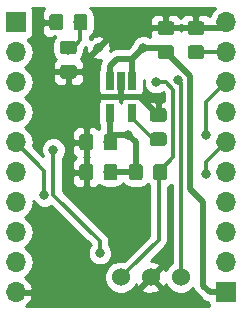
<source format=gbr>
G04 #@! TF.GenerationSoftware,KiCad,Pcbnew,5.0.2-bee76a0~70~ubuntu16.04.1*
G04 #@! TF.CreationDate,2019-07-30T14:23:51+02:00*
G04 #@! TF.ProjectId,hw-BOB-ATSAMD11D,68772d42-4f42-42d4-9154-53414d443131,rev?*
G04 #@! TF.SameCoordinates,Original*
G04 #@! TF.FileFunction,Copper,L2,Bot*
G04 #@! TF.FilePolarity,Positive*
%FSLAX46Y46*%
G04 Gerber Fmt 4.6, Leading zero omitted, Abs format (unit mm)*
G04 Created by KiCad (PCBNEW 5.0.2-bee76a0~70~ubuntu16.04.1) date Tue 30 Jul 2019 02:23:51 PM CEST*
%MOMM*%
%LPD*%
G01*
G04 APERTURE LIST*
G04 #@! TA.AperFunction,Conductor*
%ADD10C,0.100000*%
G04 #@! TD*
G04 #@! TA.AperFunction,SMDPad,CuDef*
%ADD11C,1.150000*%
G04 #@! TD*
G04 #@! TA.AperFunction,SMDPad,CuDef*
%ADD12R,0.650000X1.560000*%
G04 #@! TD*
G04 #@! TA.AperFunction,ComponentPad*
%ADD13R,1.700000X1.700000*%
G04 #@! TD*
G04 #@! TA.AperFunction,ComponentPad*
%ADD14O,1.700000X1.700000*%
G04 #@! TD*
G04 #@! TA.AperFunction,ComponentPad*
%ADD15C,1.524000*%
G04 #@! TD*
G04 #@! TA.AperFunction,ComponentPad*
%ADD16C,0.797560*%
G04 #@! TD*
G04 #@! TA.AperFunction,ViaPad*
%ADD17C,0.800000*%
G04 #@! TD*
G04 #@! TA.AperFunction,Conductor*
%ADD18C,0.500000*%
G04 #@! TD*
G04 #@! TA.AperFunction,Conductor*
%ADD19C,0.300000*%
G04 #@! TD*
G04 #@! TA.AperFunction,Conductor*
%ADD20C,0.254000*%
G04 #@! TD*
G04 APERTURE END LIST*
D10*
G04 #@! TO.N,GND*
G04 #@! TO.C,C1*
G36*
X124934505Y-43096204D02*
X124958773Y-43099804D01*
X124982572Y-43105765D01*
X125005671Y-43114030D01*
X125027850Y-43124520D01*
X125048893Y-43137132D01*
X125068599Y-43151747D01*
X125086777Y-43168223D01*
X125103253Y-43186401D01*
X125117868Y-43206107D01*
X125130480Y-43227150D01*
X125140970Y-43249329D01*
X125149235Y-43272428D01*
X125155196Y-43296227D01*
X125158796Y-43320495D01*
X125160000Y-43344999D01*
X125160000Y-43995001D01*
X125158796Y-44019505D01*
X125155196Y-44043773D01*
X125149235Y-44067572D01*
X125140970Y-44090671D01*
X125130480Y-44112850D01*
X125117868Y-44133893D01*
X125103253Y-44153599D01*
X125086777Y-44171777D01*
X125068599Y-44188253D01*
X125048893Y-44202868D01*
X125027850Y-44215480D01*
X125005671Y-44225970D01*
X124982572Y-44234235D01*
X124958773Y-44240196D01*
X124934505Y-44243796D01*
X124910001Y-44245000D01*
X124009999Y-44245000D01*
X123985495Y-44243796D01*
X123961227Y-44240196D01*
X123937428Y-44234235D01*
X123914329Y-44225970D01*
X123892150Y-44215480D01*
X123871107Y-44202868D01*
X123851401Y-44188253D01*
X123833223Y-44171777D01*
X123816747Y-44153599D01*
X123802132Y-44133893D01*
X123789520Y-44112850D01*
X123779030Y-44090671D01*
X123770765Y-44067572D01*
X123764804Y-44043773D01*
X123761204Y-44019505D01*
X123760000Y-43995001D01*
X123760000Y-43344999D01*
X123761204Y-43320495D01*
X123764804Y-43296227D01*
X123770765Y-43272428D01*
X123779030Y-43249329D01*
X123789520Y-43227150D01*
X123802132Y-43206107D01*
X123816747Y-43186401D01*
X123833223Y-43168223D01*
X123851401Y-43151747D01*
X123871107Y-43137132D01*
X123892150Y-43124520D01*
X123914329Y-43114030D01*
X123937428Y-43105765D01*
X123961227Y-43099804D01*
X123985495Y-43096204D01*
X124009999Y-43095000D01*
X124910001Y-43095000D01*
X124934505Y-43096204D01*
X124934505Y-43096204D01*
G37*
D11*
G04 #@! TD*
G04 #@! TO.P,C1,1*
G04 #@! TO.N,GND*
X124460000Y-43670000D03*
D10*
G04 #@! TO.N,+5V*
G04 #@! TO.C,C1*
G36*
X124934505Y-45146204D02*
X124958773Y-45149804D01*
X124982572Y-45155765D01*
X125005671Y-45164030D01*
X125027850Y-45174520D01*
X125048893Y-45187132D01*
X125068599Y-45201747D01*
X125086777Y-45218223D01*
X125103253Y-45236401D01*
X125117868Y-45256107D01*
X125130480Y-45277150D01*
X125140970Y-45299329D01*
X125149235Y-45322428D01*
X125155196Y-45346227D01*
X125158796Y-45370495D01*
X125160000Y-45394999D01*
X125160000Y-46045001D01*
X125158796Y-46069505D01*
X125155196Y-46093773D01*
X125149235Y-46117572D01*
X125140970Y-46140671D01*
X125130480Y-46162850D01*
X125117868Y-46183893D01*
X125103253Y-46203599D01*
X125086777Y-46221777D01*
X125068599Y-46238253D01*
X125048893Y-46252868D01*
X125027850Y-46265480D01*
X125005671Y-46275970D01*
X124982572Y-46284235D01*
X124958773Y-46290196D01*
X124934505Y-46293796D01*
X124910001Y-46295000D01*
X124009999Y-46295000D01*
X123985495Y-46293796D01*
X123961227Y-46290196D01*
X123937428Y-46284235D01*
X123914329Y-46275970D01*
X123892150Y-46265480D01*
X123871107Y-46252868D01*
X123851401Y-46238253D01*
X123833223Y-46221777D01*
X123816747Y-46203599D01*
X123802132Y-46183893D01*
X123789520Y-46162850D01*
X123779030Y-46140671D01*
X123770765Y-46117572D01*
X123764804Y-46093773D01*
X123761204Y-46069505D01*
X123760000Y-46045001D01*
X123760000Y-45394999D01*
X123761204Y-45370495D01*
X123764804Y-45346227D01*
X123770765Y-45322428D01*
X123779030Y-45299329D01*
X123789520Y-45277150D01*
X123802132Y-45256107D01*
X123816747Y-45236401D01*
X123833223Y-45218223D01*
X123851401Y-45201747D01*
X123871107Y-45187132D01*
X123892150Y-45174520D01*
X123914329Y-45164030D01*
X123937428Y-45155765D01*
X123961227Y-45149804D01*
X123985495Y-45146204D01*
X124009999Y-45145000D01*
X124910001Y-45145000D01*
X124934505Y-45146204D01*
X124934505Y-45146204D01*
G37*
D11*
G04 #@! TD*
G04 #@! TO.P,C1,2*
G04 #@! TO.N,+5V*
X124460000Y-45720000D03*
D10*
G04 #@! TO.N,GND*
G04 #@! TO.C,C2*
G36*
X115529505Y-42481204D02*
X115553773Y-42484804D01*
X115577572Y-42490765D01*
X115600671Y-42499030D01*
X115622850Y-42509520D01*
X115643893Y-42522132D01*
X115663599Y-42536747D01*
X115681777Y-42553223D01*
X115698253Y-42571401D01*
X115712868Y-42591107D01*
X115725480Y-42612150D01*
X115735970Y-42634329D01*
X115744235Y-42657428D01*
X115750196Y-42681227D01*
X115753796Y-42705495D01*
X115755000Y-42729999D01*
X115755000Y-43630001D01*
X115753796Y-43654505D01*
X115750196Y-43678773D01*
X115744235Y-43702572D01*
X115735970Y-43725671D01*
X115725480Y-43747850D01*
X115712868Y-43768893D01*
X115698253Y-43788599D01*
X115681777Y-43806777D01*
X115663599Y-43823253D01*
X115643893Y-43837868D01*
X115622850Y-43850480D01*
X115600671Y-43860970D01*
X115577572Y-43869235D01*
X115553773Y-43875196D01*
X115529505Y-43878796D01*
X115505001Y-43880000D01*
X114854999Y-43880000D01*
X114830495Y-43878796D01*
X114806227Y-43875196D01*
X114782428Y-43869235D01*
X114759329Y-43860970D01*
X114737150Y-43850480D01*
X114716107Y-43837868D01*
X114696401Y-43823253D01*
X114678223Y-43806777D01*
X114661747Y-43788599D01*
X114647132Y-43768893D01*
X114634520Y-43747850D01*
X114624030Y-43725671D01*
X114615765Y-43702572D01*
X114609804Y-43678773D01*
X114606204Y-43654505D01*
X114605000Y-43630001D01*
X114605000Y-42729999D01*
X114606204Y-42705495D01*
X114609804Y-42681227D01*
X114615765Y-42657428D01*
X114624030Y-42634329D01*
X114634520Y-42612150D01*
X114647132Y-42591107D01*
X114661747Y-42571401D01*
X114678223Y-42553223D01*
X114696401Y-42536747D01*
X114716107Y-42522132D01*
X114737150Y-42509520D01*
X114759329Y-42499030D01*
X114782428Y-42490765D01*
X114806227Y-42484804D01*
X114830495Y-42481204D01*
X114854999Y-42480000D01*
X115505001Y-42480000D01*
X115529505Y-42481204D01*
X115529505Y-42481204D01*
G37*
D11*
G04 #@! TD*
G04 #@! TO.P,C2,2*
G04 #@! TO.N,GND*
X115180000Y-43180000D03*
D10*
G04 #@! TO.N,Net-(C2-Pad1)*
G04 #@! TO.C,C2*
G36*
X117579505Y-42481204D02*
X117603773Y-42484804D01*
X117627572Y-42490765D01*
X117650671Y-42499030D01*
X117672850Y-42509520D01*
X117693893Y-42522132D01*
X117713599Y-42536747D01*
X117731777Y-42553223D01*
X117748253Y-42571401D01*
X117762868Y-42591107D01*
X117775480Y-42612150D01*
X117785970Y-42634329D01*
X117794235Y-42657428D01*
X117800196Y-42681227D01*
X117803796Y-42705495D01*
X117805000Y-42729999D01*
X117805000Y-43630001D01*
X117803796Y-43654505D01*
X117800196Y-43678773D01*
X117794235Y-43702572D01*
X117785970Y-43725671D01*
X117775480Y-43747850D01*
X117762868Y-43768893D01*
X117748253Y-43788599D01*
X117731777Y-43806777D01*
X117713599Y-43823253D01*
X117693893Y-43837868D01*
X117672850Y-43850480D01*
X117650671Y-43860970D01*
X117627572Y-43869235D01*
X117603773Y-43875196D01*
X117579505Y-43878796D01*
X117555001Y-43880000D01*
X116904999Y-43880000D01*
X116880495Y-43878796D01*
X116856227Y-43875196D01*
X116832428Y-43869235D01*
X116809329Y-43860970D01*
X116787150Y-43850480D01*
X116766107Y-43837868D01*
X116746401Y-43823253D01*
X116728223Y-43806777D01*
X116711747Y-43788599D01*
X116697132Y-43768893D01*
X116684520Y-43747850D01*
X116674030Y-43725671D01*
X116665765Y-43702572D01*
X116659804Y-43678773D01*
X116656204Y-43654505D01*
X116655000Y-43630001D01*
X116655000Y-42729999D01*
X116656204Y-42705495D01*
X116659804Y-42681227D01*
X116665765Y-42657428D01*
X116674030Y-42634329D01*
X116684520Y-42612150D01*
X116697132Y-42591107D01*
X116711747Y-42571401D01*
X116728223Y-42553223D01*
X116746401Y-42536747D01*
X116766107Y-42522132D01*
X116787150Y-42509520D01*
X116809329Y-42499030D01*
X116832428Y-42490765D01*
X116856227Y-42484804D01*
X116880495Y-42481204D01*
X116904999Y-42480000D01*
X117555001Y-42480000D01*
X117579505Y-42481204D01*
X117579505Y-42481204D01*
G37*
D11*
G04 #@! TD*
G04 #@! TO.P,C2,1*
G04 #@! TO.N,Net-(C2-Pad1)*
X117230000Y-43180000D03*
D10*
G04 #@! TO.N,GND*
G04 #@! TO.C,C3*
G36*
X124299505Y-50471204D02*
X124323773Y-50474804D01*
X124347572Y-50480765D01*
X124370671Y-50489030D01*
X124392850Y-50499520D01*
X124413893Y-50512132D01*
X124433599Y-50526747D01*
X124451777Y-50543223D01*
X124468253Y-50561401D01*
X124482868Y-50581107D01*
X124495480Y-50602150D01*
X124505970Y-50624329D01*
X124514235Y-50647428D01*
X124520196Y-50671227D01*
X124523796Y-50695495D01*
X124525000Y-50719999D01*
X124525000Y-51370001D01*
X124523796Y-51394505D01*
X124520196Y-51418773D01*
X124514235Y-51442572D01*
X124505970Y-51465671D01*
X124495480Y-51487850D01*
X124482868Y-51508893D01*
X124468253Y-51528599D01*
X124451777Y-51546777D01*
X124433599Y-51563253D01*
X124413893Y-51577868D01*
X124392850Y-51590480D01*
X124370671Y-51600970D01*
X124347572Y-51609235D01*
X124323773Y-51615196D01*
X124299505Y-51618796D01*
X124275001Y-51620000D01*
X123374999Y-51620000D01*
X123350495Y-51618796D01*
X123326227Y-51615196D01*
X123302428Y-51609235D01*
X123279329Y-51600970D01*
X123257150Y-51590480D01*
X123236107Y-51577868D01*
X123216401Y-51563253D01*
X123198223Y-51546777D01*
X123181747Y-51528599D01*
X123167132Y-51508893D01*
X123154520Y-51487850D01*
X123144030Y-51465671D01*
X123135765Y-51442572D01*
X123129804Y-51418773D01*
X123126204Y-51394505D01*
X123125000Y-51370001D01*
X123125000Y-50719999D01*
X123126204Y-50695495D01*
X123129804Y-50671227D01*
X123135765Y-50647428D01*
X123144030Y-50624329D01*
X123154520Y-50602150D01*
X123167132Y-50581107D01*
X123181747Y-50561401D01*
X123198223Y-50543223D01*
X123216401Y-50526747D01*
X123236107Y-50512132D01*
X123257150Y-50499520D01*
X123279329Y-50489030D01*
X123302428Y-50480765D01*
X123326227Y-50474804D01*
X123350495Y-50471204D01*
X123374999Y-50470000D01*
X124275001Y-50470000D01*
X124299505Y-50471204D01*
X124299505Y-50471204D01*
G37*
D11*
G04 #@! TD*
G04 #@! TO.P,C3,1*
G04 #@! TO.N,GND*
X123825000Y-51045000D03*
D10*
G04 #@! TO.N,Net-(C3-Pad2)*
G04 #@! TO.C,C3*
G36*
X124299505Y-52521204D02*
X124323773Y-52524804D01*
X124347572Y-52530765D01*
X124370671Y-52539030D01*
X124392850Y-52549520D01*
X124413893Y-52562132D01*
X124433599Y-52576747D01*
X124451777Y-52593223D01*
X124468253Y-52611401D01*
X124482868Y-52631107D01*
X124495480Y-52652150D01*
X124505970Y-52674329D01*
X124514235Y-52697428D01*
X124520196Y-52721227D01*
X124523796Y-52745495D01*
X124525000Y-52769999D01*
X124525000Y-53420001D01*
X124523796Y-53444505D01*
X124520196Y-53468773D01*
X124514235Y-53492572D01*
X124505970Y-53515671D01*
X124495480Y-53537850D01*
X124482868Y-53558893D01*
X124468253Y-53578599D01*
X124451777Y-53596777D01*
X124433599Y-53613253D01*
X124413893Y-53627868D01*
X124392850Y-53640480D01*
X124370671Y-53650970D01*
X124347572Y-53659235D01*
X124323773Y-53665196D01*
X124299505Y-53668796D01*
X124275001Y-53670000D01*
X123374999Y-53670000D01*
X123350495Y-53668796D01*
X123326227Y-53665196D01*
X123302428Y-53659235D01*
X123279329Y-53650970D01*
X123257150Y-53640480D01*
X123236107Y-53627868D01*
X123216401Y-53613253D01*
X123198223Y-53596777D01*
X123181747Y-53578599D01*
X123167132Y-53558893D01*
X123154520Y-53537850D01*
X123144030Y-53515671D01*
X123135765Y-53492572D01*
X123129804Y-53468773D01*
X123126204Y-53444505D01*
X123125000Y-53420001D01*
X123125000Y-52769999D01*
X123126204Y-52745495D01*
X123129804Y-52721227D01*
X123135765Y-52697428D01*
X123144030Y-52674329D01*
X123154520Y-52652150D01*
X123167132Y-52631107D01*
X123181747Y-52611401D01*
X123198223Y-52593223D01*
X123216401Y-52576747D01*
X123236107Y-52562132D01*
X123257150Y-52549520D01*
X123279329Y-52539030D01*
X123302428Y-52530765D01*
X123326227Y-52524804D01*
X123350495Y-52521204D01*
X123374999Y-52520000D01*
X124275001Y-52520000D01*
X124299505Y-52521204D01*
X124299505Y-52521204D01*
G37*
D11*
G04 #@! TD*
G04 #@! TO.P,C3,2*
G04 #@! TO.N,Net-(C3-Pad2)*
X123825000Y-53095000D03*
D10*
G04 #@! TO.N,+3V3*
G04 #@! TO.C,C4*
G36*
X120119505Y-55181204D02*
X120143773Y-55184804D01*
X120167572Y-55190765D01*
X120190671Y-55199030D01*
X120212850Y-55209520D01*
X120233893Y-55222132D01*
X120253599Y-55236747D01*
X120271777Y-55253223D01*
X120288253Y-55271401D01*
X120302868Y-55291107D01*
X120315480Y-55312150D01*
X120325970Y-55334329D01*
X120334235Y-55357428D01*
X120340196Y-55381227D01*
X120343796Y-55405495D01*
X120345000Y-55429999D01*
X120345000Y-56330001D01*
X120343796Y-56354505D01*
X120340196Y-56378773D01*
X120334235Y-56402572D01*
X120325970Y-56425671D01*
X120315480Y-56447850D01*
X120302868Y-56468893D01*
X120288253Y-56488599D01*
X120271777Y-56506777D01*
X120253599Y-56523253D01*
X120233893Y-56537868D01*
X120212850Y-56550480D01*
X120190671Y-56560970D01*
X120167572Y-56569235D01*
X120143773Y-56575196D01*
X120119505Y-56578796D01*
X120095001Y-56580000D01*
X119444999Y-56580000D01*
X119420495Y-56578796D01*
X119396227Y-56575196D01*
X119372428Y-56569235D01*
X119349329Y-56560970D01*
X119327150Y-56550480D01*
X119306107Y-56537868D01*
X119286401Y-56523253D01*
X119268223Y-56506777D01*
X119251747Y-56488599D01*
X119237132Y-56468893D01*
X119224520Y-56447850D01*
X119214030Y-56425671D01*
X119205765Y-56402572D01*
X119199804Y-56378773D01*
X119196204Y-56354505D01*
X119195000Y-56330001D01*
X119195000Y-55429999D01*
X119196204Y-55405495D01*
X119199804Y-55381227D01*
X119205765Y-55357428D01*
X119214030Y-55334329D01*
X119224520Y-55312150D01*
X119237132Y-55291107D01*
X119251747Y-55271401D01*
X119268223Y-55253223D01*
X119286401Y-55236747D01*
X119306107Y-55222132D01*
X119327150Y-55209520D01*
X119349329Y-55199030D01*
X119372428Y-55190765D01*
X119396227Y-55184804D01*
X119420495Y-55181204D01*
X119444999Y-55180000D01*
X120095001Y-55180000D01*
X120119505Y-55181204D01*
X120119505Y-55181204D01*
G37*
D11*
G04 #@! TD*
G04 #@! TO.P,C4,2*
G04 #@! TO.N,+3V3*
X119770000Y-55880000D03*
D10*
G04 #@! TO.N,GND*
G04 #@! TO.C,C4*
G36*
X118069505Y-55181204D02*
X118093773Y-55184804D01*
X118117572Y-55190765D01*
X118140671Y-55199030D01*
X118162850Y-55209520D01*
X118183893Y-55222132D01*
X118203599Y-55236747D01*
X118221777Y-55253223D01*
X118238253Y-55271401D01*
X118252868Y-55291107D01*
X118265480Y-55312150D01*
X118275970Y-55334329D01*
X118284235Y-55357428D01*
X118290196Y-55381227D01*
X118293796Y-55405495D01*
X118295000Y-55429999D01*
X118295000Y-56330001D01*
X118293796Y-56354505D01*
X118290196Y-56378773D01*
X118284235Y-56402572D01*
X118275970Y-56425671D01*
X118265480Y-56447850D01*
X118252868Y-56468893D01*
X118238253Y-56488599D01*
X118221777Y-56506777D01*
X118203599Y-56523253D01*
X118183893Y-56537868D01*
X118162850Y-56550480D01*
X118140671Y-56560970D01*
X118117572Y-56569235D01*
X118093773Y-56575196D01*
X118069505Y-56578796D01*
X118045001Y-56580000D01*
X117394999Y-56580000D01*
X117370495Y-56578796D01*
X117346227Y-56575196D01*
X117322428Y-56569235D01*
X117299329Y-56560970D01*
X117277150Y-56550480D01*
X117256107Y-56537868D01*
X117236401Y-56523253D01*
X117218223Y-56506777D01*
X117201747Y-56488599D01*
X117187132Y-56468893D01*
X117174520Y-56447850D01*
X117164030Y-56425671D01*
X117155765Y-56402572D01*
X117149804Y-56378773D01*
X117146204Y-56354505D01*
X117145000Y-56330001D01*
X117145000Y-55429999D01*
X117146204Y-55405495D01*
X117149804Y-55381227D01*
X117155765Y-55357428D01*
X117164030Y-55334329D01*
X117174520Y-55312150D01*
X117187132Y-55291107D01*
X117201747Y-55271401D01*
X117218223Y-55253223D01*
X117236401Y-55236747D01*
X117256107Y-55222132D01*
X117277150Y-55209520D01*
X117299329Y-55199030D01*
X117322428Y-55190765D01*
X117346227Y-55184804D01*
X117370495Y-55181204D01*
X117394999Y-55180000D01*
X118045001Y-55180000D01*
X118069505Y-55181204D01*
X118069505Y-55181204D01*
G37*
D11*
G04 #@! TD*
G04 #@! TO.P,C4,1*
G04 #@! TO.N,GND*
X117720000Y-55880000D03*
D10*
G04 #@! TO.N,GND*
G04 #@! TO.C,C5*
G36*
X127474505Y-43096204D02*
X127498773Y-43099804D01*
X127522572Y-43105765D01*
X127545671Y-43114030D01*
X127567850Y-43124520D01*
X127588893Y-43137132D01*
X127608599Y-43151747D01*
X127626777Y-43168223D01*
X127643253Y-43186401D01*
X127657868Y-43206107D01*
X127670480Y-43227150D01*
X127680970Y-43249329D01*
X127689235Y-43272428D01*
X127695196Y-43296227D01*
X127698796Y-43320495D01*
X127700000Y-43344999D01*
X127700000Y-43995001D01*
X127698796Y-44019505D01*
X127695196Y-44043773D01*
X127689235Y-44067572D01*
X127680970Y-44090671D01*
X127670480Y-44112850D01*
X127657868Y-44133893D01*
X127643253Y-44153599D01*
X127626777Y-44171777D01*
X127608599Y-44188253D01*
X127588893Y-44202868D01*
X127567850Y-44215480D01*
X127545671Y-44225970D01*
X127522572Y-44234235D01*
X127498773Y-44240196D01*
X127474505Y-44243796D01*
X127450001Y-44245000D01*
X126549999Y-44245000D01*
X126525495Y-44243796D01*
X126501227Y-44240196D01*
X126477428Y-44234235D01*
X126454329Y-44225970D01*
X126432150Y-44215480D01*
X126411107Y-44202868D01*
X126391401Y-44188253D01*
X126373223Y-44171777D01*
X126356747Y-44153599D01*
X126342132Y-44133893D01*
X126329520Y-44112850D01*
X126319030Y-44090671D01*
X126310765Y-44067572D01*
X126304804Y-44043773D01*
X126301204Y-44019505D01*
X126300000Y-43995001D01*
X126300000Y-43344999D01*
X126301204Y-43320495D01*
X126304804Y-43296227D01*
X126310765Y-43272428D01*
X126319030Y-43249329D01*
X126329520Y-43227150D01*
X126342132Y-43206107D01*
X126356747Y-43186401D01*
X126373223Y-43168223D01*
X126391401Y-43151747D01*
X126411107Y-43137132D01*
X126432150Y-43124520D01*
X126454329Y-43114030D01*
X126477428Y-43105765D01*
X126501227Y-43099804D01*
X126525495Y-43096204D01*
X126549999Y-43095000D01*
X127450001Y-43095000D01*
X127474505Y-43096204D01*
X127474505Y-43096204D01*
G37*
D11*
G04 #@! TD*
G04 #@! TO.P,C5,2*
G04 #@! TO.N,GND*
X127000000Y-43670000D03*
D10*
G04 #@! TO.N,/PA28_RST*
G04 #@! TO.C,C5*
G36*
X127474505Y-45146204D02*
X127498773Y-45149804D01*
X127522572Y-45155765D01*
X127545671Y-45164030D01*
X127567850Y-45174520D01*
X127588893Y-45187132D01*
X127608599Y-45201747D01*
X127626777Y-45218223D01*
X127643253Y-45236401D01*
X127657868Y-45256107D01*
X127670480Y-45277150D01*
X127680970Y-45299329D01*
X127689235Y-45322428D01*
X127695196Y-45346227D01*
X127698796Y-45370495D01*
X127700000Y-45394999D01*
X127700000Y-46045001D01*
X127698796Y-46069505D01*
X127695196Y-46093773D01*
X127689235Y-46117572D01*
X127680970Y-46140671D01*
X127670480Y-46162850D01*
X127657868Y-46183893D01*
X127643253Y-46203599D01*
X127626777Y-46221777D01*
X127608599Y-46238253D01*
X127588893Y-46252868D01*
X127567850Y-46265480D01*
X127545671Y-46275970D01*
X127522572Y-46284235D01*
X127498773Y-46290196D01*
X127474505Y-46293796D01*
X127450001Y-46295000D01*
X126549999Y-46295000D01*
X126525495Y-46293796D01*
X126501227Y-46290196D01*
X126477428Y-46284235D01*
X126454329Y-46275970D01*
X126432150Y-46265480D01*
X126411107Y-46252868D01*
X126391401Y-46238253D01*
X126373223Y-46221777D01*
X126356747Y-46203599D01*
X126342132Y-46183893D01*
X126329520Y-46162850D01*
X126319030Y-46140671D01*
X126310765Y-46117572D01*
X126304804Y-46093773D01*
X126301204Y-46069505D01*
X126300000Y-46045001D01*
X126300000Y-45394999D01*
X126301204Y-45370495D01*
X126304804Y-45346227D01*
X126310765Y-45322428D01*
X126319030Y-45299329D01*
X126329520Y-45277150D01*
X126342132Y-45256107D01*
X126356747Y-45236401D01*
X126373223Y-45218223D01*
X126391401Y-45201747D01*
X126411107Y-45187132D01*
X126432150Y-45174520D01*
X126454329Y-45164030D01*
X126477428Y-45155765D01*
X126501227Y-45149804D01*
X126525495Y-45146204D01*
X126549999Y-45145000D01*
X127450001Y-45145000D01*
X127474505Y-45146204D01*
X127474505Y-45146204D01*
G37*
D11*
G04 #@! TD*
G04 #@! TO.P,C5,1*
G04 #@! TO.N,/PA28_RST*
X127000000Y-45720000D03*
D10*
G04 #@! TO.N,+3V3*
G04 #@! TO.C,C6*
G36*
X120119505Y-52641204D02*
X120143773Y-52644804D01*
X120167572Y-52650765D01*
X120190671Y-52659030D01*
X120212850Y-52669520D01*
X120233893Y-52682132D01*
X120253599Y-52696747D01*
X120271777Y-52713223D01*
X120288253Y-52731401D01*
X120302868Y-52751107D01*
X120315480Y-52772150D01*
X120325970Y-52794329D01*
X120334235Y-52817428D01*
X120340196Y-52841227D01*
X120343796Y-52865495D01*
X120345000Y-52889999D01*
X120345000Y-53790001D01*
X120343796Y-53814505D01*
X120340196Y-53838773D01*
X120334235Y-53862572D01*
X120325970Y-53885671D01*
X120315480Y-53907850D01*
X120302868Y-53928893D01*
X120288253Y-53948599D01*
X120271777Y-53966777D01*
X120253599Y-53983253D01*
X120233893Y-53997868D01*
X120212850Y-54010480D01*
X120190671Y-54020970D01*
X120167572Y-54029235D01*
X120143773Y-54035196D01*
X120119505Y-54038796D01*
X120095001Y-54040000D01*
X119444999Y-54040000D01*
X119420495Y-54038796D01*
X119396227Y-54035196D01*
X119372428Y-54029235D01*
X119349329Y-54020970D01*
X119327150Y-54010480D01*
X119306107Y-53997868D01*
X119286401Y-53983253D01*
X119268223Y-53966777D01*
X119251747Y-53948599D01*
X119237132Y-53928893D01*
X119224520Y-53907850D01*
X119214030Y-53885671D01*
X119205765Y-53862572D01*
X119199804Y-53838773D01*
X119196204Y-53814505D01*
X119195000Y-53790001D01*
X119195000Y-52889999D01*
X119196204Y-52865495D01*
X119199804Y-52841227D01*
X119205765Y-52817428D01*
X119214030Y-52794329D01*
X119224520Y-52772150D01*
X119237132Y-52751107D01*
X119251747Y-52731401D01*
X119268223Y-52713223D01*
X119286401Y-52696747D01*
X119306107Y-52682132D01*
X119327150Y-52669520D01*
X119349329Y-52659030D01*
X119372428Y-52650765D01*
X119396227Y-52644804D01*
X119420495Y-52641204D01*
X119444999Y-52640000D01*
X120095001Y-52640000D01*
X120119505Y-52641204D01*
X120119505Y-52641204D01*
G37*
D11*
G04 #@! TD*
G04 #@! TO.P,C6,1*
G04 #@! TO.N,+3V3*
X119770000Y-53340000D03*
D10*
G04 #@! TO.N,GND*
G04 #@! TO.C,C6*
G36*
X118069505Y-52641204D02*
X118093773Y-52644804D01*
X118117572Y-52650765D01*
X118140671Y-52659030D01*
X118162850Y-52669520D01*
X118183893Y-52682132D01*
X118203599Y-52696747D01*
X118221777Y-52713223D01*
X118238253Y-52731401D01*
X118252868Y-52751107D01*
X118265480Y-52772150D01*
X118275970Y-52794329D01*
X118284235Y-52817428D01*
X118290196Y-52841227D01*
X118293796Y-52865495D01*
X118295000Y-52889999D01*
X118295000Y-53790001D01*
X118293796Y-53814505D01*
X118290196Y-53838773D01*
X118284235Y-53862572D01*
X118275970Y-53885671D01*
X118265480Y-53907850D01*
X118252868Y-53928893D01*
X118238253Y-53948599D01*
X118221777Y-53966777D01*
X118203599Y-53983253D01*
X118183893Y-53997868D01*
X118162850Y-54010480D01*
X118140671Y-54020970D01*
X118117572Y-54029235D01*
X118093773Y-54035196D01*
X118069505Y-54038796D01*
X118045001Y-54040000D01*
X117394999Y-54040000D01*
X117370495Y-54038796D01*
X117346227Y-54035196D01*
X117322428Y-54029235D01*
X117299329Y-54020970D01*
X117277150Y-54010480D01*
X117256107Y-53997868D01*
X117236401Y-53983253D01*
X117218223Y-53966777D01*
X117201747Y-53948599D01*
X117187132Y-53928893D01*
X117174520Y-53907850D01*
X117164030Y-53885671D01*
X117155765Y-53862572D01*
X117149804Y-53838773D01*
X117146204Y-53814505D01*
X117145000Y-53790001D01*
X117145000Y-52889999D01*
X117146204Y-52865495D01*
X117149804Y-52841227D01*
X117155765Y-52817428D01*
X117164030Y-52794329D01*
X117174520Y-52772150D01*
X117187132Y-52751107D01*
X117201747Y-52731401D01*
X117218223Y-52713223D01*
X117236401Y-52696747D01*
X117256107Y-52682132D01*
X117277150Y-52669520D01*
X117299329Y-52659030D01*
X117322428Y-52650765D01*
X117346227Y-52644804D01*
X117370495Y-52641204D01*
X117394999Y-52640000D01*
X118045001Y-52640000D01*
X118069505Y-52641204D01*
X118069505Y-52641204D01*
G37*
D11*
G04 #@! TD*
G04 #@! TO.P,C6,2*
G04 #@! TO.N,GND*
X117720000Y-53340000D03*
D10*
G04 #@! TO.N,Net-(C2-Pad1)*
G04 #@! TO.C,R1*
G36*
X116679505Y-44756204D02*
X116703773Y-44759804D01*
X116727572Y-44765765D01*
X116750671Y-44774030D01*
X116772850Y-44784520D01*
X116793893Y-44797132D01*
X116813599Y-44811747D01*
X116831777Y-44828223D01*
X116848253Y-44846401D01*
X116862868Y-44866107D01*
X116875480Y-44887150D01*
X116885970Y-44909329D01*
X116894235Y-44932428D01*
X116900196Y-44956227D01*
X116903796Y-44980495D01*
X116905000Y-45004999D01*
X116905000Y-45655001D01*
X116903796Y-45679505D01*
X116900196Y-45703773D01*
X116894235Y-45727572D01*
X116885970Y-45750671D01*
X116875480Y-45772850D01*
X116862868Y-45793893D01*
X116848253Y-45813599D01*
X116831777Y-45831777D01*
X116813599Y-45848253D01*
X116793893Y-45862868D01*
X116772850Y-45875480D01*
X116750671Y-45885970D01*
X116727572Y-45894235D01*
X116703773Y-45900196D01*
X116679505Y-45903796D01*
X116655001Y-45905000D01*
X115754999Y-45905000D01*
X115730495Y-45903796D01*
X115706227Y-45900196D01*
X115682428Y-45894235D01*
X115659329Y-45885970D01*
X115637150Y-45875480D01*
X115616107Y-45862868D01*
X115596401Y-45848253D01*
X115578223Y-45831777D01*
X115561747Y-45813599D01*
X115547132Y-45793893D01*
X115534520Y-45772850D01*
X115524030Y-45750671D01*
X115515765Y-45727572D01*
X115509804Y-45703773D01*
X115506204Y-45679505D01*
X115505000Y-45655001D01*
X115505000Y-45004999D01*
X115506204Y-44980495D01*
X115509804Y-44956227D01*
X115515765Y-44932428D01*
X115524030Y-44909329D01*
X115534520Y-44887150D01*
X115547132Y-44866107D01*
X115561747Y-44846401D01*
X115578223Y-44828223D01*
X115596401Y-44811747D01*
X115616107Y-44797132D01*
X115637150Y-44784520D01*
X115659329Y-44774030D01*
X115682428Y-44765765D01*
X115706227Y-44759804D01*
X115730495Y-44756204D01*
X115754999Y-44755000D01*
X116655001Y-44755000D01*
X116679505Y-44756204D01*
X116679505Y-44756204D01*
G37*
D11*
G04 #@! TD*
G04 #@! TO.P,R1,1*
G04 #@! TO.N,Net-(C2-Pad1)*
X116205000Y-45330000D03*
D10*
G04 #@! TO.N,GND*
G04 #@! TO.C,R1*
G36*
X116679505Y-46806204D02*
X116703773Y-46809804D01*
X116727572Y-46815765D01*
X116750671Y-46824030D01*
X116772850Y-46834520D01*
X116793893Y-46847132D01*
X116813599Y-46861747D01*
X116831777Y-46878223D01*
X116848253Y-46896401D01*
X116862868Y-46916107D01*
X116875480Y-46937150D01*
X116885970Y-46959329D01*
X116894235Y-46982428D01*
X116900196Y-47006227D01*
X116903796Y-47030495D01*
X116905000Y-47054999D01*
X116905000Y-47705001D01*
X116903796Y-47729505D01*
X116900196Y-47753773D01*
X116894235Y-47777572D01*
X116885970Y-47800671D01*
X116875480Y-47822850D01*
X116862868Y-47843893D01*
X116848253Y-47863599D01*
X116831777Y-47881777D01*
X116813599Y-47898253D01*
X116793893Y-47912868D01*
X116772850Y-47925480D01*
X116750671Y-47935970D01*
X116727572Y-47944235D01*
X116703773Y-47950196D01*
X116679505Y-47953796D01*
X116655001Y-47955000D01*
X115754999Y-47955000D01*
X115730495Y-47953796D01*
X115706227Y-47950196D01*
X115682428Y-47944235D01*
X115659329Y-47935970D01*
X115637150Y-47925480D01*
X115616107Y-47912868D01*
X115596401Y-47898253D01*
X115578223Y-47881777D01*
X115561747Y-47863599D01*
X115547132Y-47843893D01*
X115534520Y-47822850D01*
X115524030Y-47800671D01*
X115515765Y-47777572D01*
X115509804Y-47753773D01*
X115506204Y-47729505D01*
X115505000Y-47705001D01*
X115505000Y-47054999D01*
X115506204Y-47030495D01*
X115509804Y-47006227D01*
X115515765Y-46982428D01*
X115524030Y-46959329D01*
X115534520Y-46937150D01*
X115547132Y-46916107D01*
X115561747Y-46896401D01*
X115578223Y-46878223D01*
X115596401Y-46861747D01*
X115616107Y-46847132D01*
X115637150Y-46834520D01*
X115659329Y-46824030D01*
X115682428Y-46815765D01*
X115706227Y-46809804D01*
X115730495Y-46806204D01*
X115754999Y-46805000D01*
X116655001Y-46805000D01*
X116679505Y-46806204D01*
X116679505Y-46806204D01*
G37*
D11*
G04 #@! TD*
G04 #@! TO.P,R1,2*
G04 #@! TO.N,GND*
X116205000Y-47380000D03*
D10*
G04 #@! TO.N,+3V3*
G04 #@! TO.C,R2*
G36*
X122269505Y-55181204D02*
X122293773Y-55184804D01*
X122317572Y-55190765D01*
X122340671Y-55199030D01*
X122362850Y-55209520D01*
X122383893Y-55222132D01*
X122403599Y-55236747D01*
X122421777Y-55253223D01*
X122438253Y-55271401D01*
X122452868Y-55291107D01*
X122465480Y-55312150D01*
X122475970Y-55334329D01*
X122484235Y-55357428D01*
X122490196Y-55381227D01*
X122493796Y-55405495D01*
X122495000Y-55429999D01*
X122495000Y-56330001D01*
X122493796Y-56354505D01*
X122490196Y-56378773D01*
X122484235Y-56402572D01*
X122475970Y-56425671D01*
X122465480Y-56447850D01*
X122452868Y-56468893D01*
X122438253Y-56488599D01*
X122421777Y-56506777D01*
X122403599Y-56523253D01*
X122383893Y-56537868D01*
X122362850Y-56550480D01*
X122340671Y-56560970D01*
X122317572Y-56569235D01*
X122293773Y-56575196D01*
X122269505Y-56578796D01*
X122245001Y-56580000D01*
X121594999Y-56580000D01*
X121570495Y-56578796D01*
X121546227Y-56575196D01*
X121522428Y-56569235D01*
X121499329Y-56560970D01*
X121477150Y-56550480D01*
X121456107Y-56537868D01*
X121436401Y-56523253D01*
X121418223Y-56506777D01*
X121401747Y-56488599D01*
X121387132Y-56468893D01*
X121374520Y-56447850D01*
X121364030Y-56425671D01*
X121355765Y-56402572D01*
X121349804Y-56378773D01*
X121346204Y-56354505D01*
X121345000Y-56330001D01*
X121345000Y-55429999D01*
X121346204Y-55405495D01*
X121349804Y-55381227D01*
X121355765Y-55357428D01*
X121364030Y-55334329D01*
X121374520Y-55312150D01*
X121387132Y-55291107D01*
X121401747Y-55271401D01*
X121418223Y-55253223D01*
X121436401Y-55236747D01*
X121456107Y-55222132D01*
X121477150Y-55209520D01*
X121499329Y-55199030D01*
X121522428Y-55190765D01*
X121546227Y-55184804D01*
X121570495Y-55181204D01*
X121594999Y-55180000D01*
X122245001Y-55180000D01*
X122269505Y-55181204D01*
X122269505Y-55181204D01*
G37*
D11*
G04 #@! TD*
G04 #@! TO.P,R2,1*
G04 #@! TO.N,+3V3*
X121920000Y-55880000D03*
D10*
G04 #@! TO.N,/SWDIO*
G04 #@! TO.C,R2*
G36*
X124319505Y-55181204D02*
X124343773Y-55184804D01*
X124367572Y-55190765D01*
X124390671Y-55199030D01*
X124412850Y-55209520D01*
X124433893Y-55222132D01*
X124453599Y-55236747D01*
X124471777Y-55253223D01*
X124488253Y-55271401D01*
X124502868Y-55291107D01*
X124515480Y-55312150D01*
X124525970Y-55334329D01*
X124534235Y-55357428D01*
X124540196Y-55381227D01*
X124543796Y-55405495D01*
X124545000Y-55429999D01*
X124545000Y-56330001D01*
X124543796Y-56354505D01*
X124540196Y-56378773D01*
X124534235Y-56402572D01*
X124525970Y-56425671D01*
X124515480Y-56447850D01*
X124502868Y-56468893D01*
X124488253Y-56488599D01*
X124471777Y-56506777D01*
X124453599Y-56523253D01*
X124433893Y-56537868D01*
X124412850Y-56550480D01*
X124390671Y-56560970D01*
X124367572Y-56569235D01*
X124343773Y-56575196D01*
X124319505Y-56578796D01*
X124295001Y-56580000D01*
X123644999Y-56580000D01*
X123620495Y-56578796D01*
X123596227Y-56575196D01*
X123572428Y-56569235D01*
X123549329Y-56560970D01*
X123527150Y-56550480D01*
X123506107Y-56537868D01*
X123486401Y-56523253D01*
X123468223Y-56506777D01*
X123451747Y-56488599D01*
X123437132Y-56468893D01*
X123424520Y-56447850D01*
X123414030Y-56425671D01*
X123405765Y-56402572D01*
X123399804Y-56378773D01*
X123396204Y-56354505D01*
X123395000Y-56330001D01*
X123395000Y-55429999D01*
X123396204Y-55405495D01*
X123399804Y-55381227D01*
X123405765Y-55357428D01*
X123414030Y-55334329D01*
X123424520Y-55312150D01*
X123437132Y-55291107D01*
X123451747Y-55271401D01*
X123468223Y-55253223D01*
X123486401Y-55236747D01*
X123506107Y-55222132D01*
X123527150Y-55209520D01*
X123549329Y-55199030D01*
X123572428Y-55190765D01*
X123596227Y-55184804D01*
X123620495Y-55181204D01*
X123644999Y-55180000D01*
X124295001Y-55180000D01*
X124319505Y-55181204D01*
X124319505Y-55181204D01*
G37*
D11*
G04 #@! TD*
G04 #@! TO.P,R2,2*
G04 #@! TO.N,/SWDIO*
X123970000Y-55880000D03*
D12*
G04 #@! TO.P,U2,1*
G04 #@! TO.N,+5V*
X119700000Y-48180000D03*
G04 #@! TO.P,U2,2*
G04 #@! TO.N,GND*
X120650000Y-48180000D03*
G04 #@! TO.P,U2,3*
G04 #@! TO.N,+5V*
X121600000Y-48180000D03*
G04 #@! TO.P,U2,4*
G04 #@! TO.N,Net-(C3-Pad2)*
X121600000Y-50880000D03*
G04 #@! TO.P,U2,5*
G04 #@! TO.N,+3V3*
X119700000Y-50880000D03*
G04 #@! TD*
D13*
G04 #@! TO.P,X1,1*
G04 #@! TO.N,+3V3*
X111760000Y-43180000D03*
D14*
G04 #@! TO.P,X1,2*
G04 #@! TO.N,/PA02*
X111760000Y-45720000D03*
G04 #@! TO.P,X1,3*
G04 #@! TO.N,/PA03*
X111760000Y-48260000D03*
G04 #@! TO.P,X1,4*
G04 #@! TO.N,/PA04*
X111760000Y-50800000D03*
G04 #@! TO.P,X1,5*
G04 #@! TO.N,/PA05*
X111760000Y-53340000D03*
G04 #@! TO.P,X1,6*
G04 #@! TO.N,/PA06*
X111760000Y-55880000D03*
G04 #@! TO.P,X1,7*
G04 #@! TO.N,/PA07*
X111760000Y-58420000D03*
G04 #@! TO.P,X1,8*
G04 #@! TO.N,/PA08*
X111760000Y-60960000D03*
G04 #@! TO.P,X1,9*
G04 #@! TO.N,/PA09*
X111760000Y-63500000D03*
G04 #@! TO.P,X1,10*
G04 #@! TO.N,GND*
X111760000Y-66040000D03*
G04 #@! TD*
G04 #@! TO.P,X2,10*
G04 #@! TO.N,GND*
X129540000Y-43180000D03*
G04 #@! TO.P,X2,9*
G04 #@! TO.N,/PA28_RST*
X129540000Y-45720000D03*
G04 #@! TO.P,X2,8*
G04 #@! TO.N,/PA25_UDP*
X129540000Y-48260000D03*
G04 #@! TO.P,X2,7*
G04 #@! TO.N,/PA24_UDM*
X129540000Y-50800000D03*
G04 #@! TO.P,X2,6*
G04 #@! TO.N,/PA23_LED*
X129540000Y-53340000D03*
G04 #@! TO.P,X2,5*
G04 #@! TO.N,/PA22*
X129540000Y-55880000D03*
G04 #@! TO.P,X2,4*
G04 #@! TO.N,/PA16*
X129540000Y-58420000D03*
G04 #@! TO.P,X2,3*
G04 #@! TO.N,/PA15*
X129540000Y-60960000D03*
G04 #@! TO.P,X2,2*
G04 #@! TO.N,/PA14*
X129540000Y-63500000D03*
D13*
G04 #@! TO.P,X2,1*
G04 #@! TO.N,+5V*
X129540000Y-66040000D03*
G04 #@! TD*
D15*
G04 #@! TO.P,X3,1*
G04 #@! TO.N,/SWDIO*
X120650000Y-64770000D03*
G04 #@! TO.P,X3,2*
G04 #@! TO.N,GND*
X123190000Y-64770000D03*
G04 #@! TO.P,X3,3*
G04 #@! TO.N,/SWCLK*
X125730000Y-64770000D03*
G04 #@! TD*
D16*
G04 #@! TO.P,X4,5*
G04 #@! TO.N,GND*
X118752620Y-45326300D03*
G04 #@! TO.P,X4,1*
G04 #@! TO.N,+5V*
X122549920Y-45328840D03*
G04 #@! TD*
D17*
G04 #@! TO.N,Net-(C2-Pad1)*
X117230000Y-43180000D03*
G04 #@! TO.N,+3V3*
X121285000Y-52705000D03*
G04 #@! TO.N,/SWDIO*
X123609990Y-48260000D03*
G04 #@! TO.N,/PA23_LED*
X127850010Y-56054479D03*
X114935000Y-53975000D03*
X118872000Y-62737986D03*
G04 #@! TO.N,/PA05*
X114187740Y-57849175D03*
G04 #@! TO.N,/SWCLK*
X125514990Y-48110274D03*
G04 #@! TO.N,/PA25_UDP*
X127850010Y-52705000D03*
G04 #@! TD*
D18*
G04 #@! TO.N,GND*
X129050000Y-43670000D02*
X129540000Y-43180000D01*
X127000000Y-43670000D02*
X129050000Y-43670000D01*
X123825000Y-51045000D02*
X122310000Y-49530000D01*
X120650000Y-48180000D02*
X120650000Y-49530000D01*
X122310000Y-49530000D02*
X120650000Y-49530000D01*
X120650000Y-49530000D02*
X118745000Y-49530000D01*
G04 #@! TO.N,+5V*
X121675000Y-48105000D02*
X121600000Y-48180000D01*
X124068840Y-45328840D02*
X124460000Y-45720000D01*
X122549920Y-45328840D02*
X124068840Y-45328840D01*
X121600000Y-46278760D02*
X122549920Y-45328840D01*
X121600000Y-48180000D02*
X121600000Y-46278760D01*
X120321240Y-46278760D02*
X121600000Y-46278760D01*
X119700000Y-46900000D02*
X120321240Y-46278760D01*
X119700000Y-48180000D02*
X119700000Y-46900000D01*
X128190000Y-66040000D02*
X129540000Y-66040000D01*
X127635000Y-65485000D02*
X128190000Y-66040000D01*
X124460000Y-45720000D02*
X126492000Y-47752000D01*
X126492000Y-47752000D02*
X126492000Y-57277000D01*
X126492000Y-57277000D02*
X127635000Y-58420000D01*
X127635000Y-58420000D02*
X127635000Y-65485000D01*
D19*
G04 #@! TO.N,Net-(C2-Pad1)*
X116205000Y-45330000D02*
X116595000Y-45330000D01*
X117230000Y-44695000D02*
X117230000Y-43180000D01*
X116595000Y-45330000D02*
X117230000Y-44695000D01*
G04 #@! TO.N,Net-(C3-Pad2)*
X121600000Y-51335000D02*
X123360000Y-53095000D01*
X123360000Y-53095000D02*
X123825000Y-53095000D01*
X121600000Y-50880000D02*
X121600000Y-51335000D01*
D18*
G04 #@! TO.N,+3V3*
X119700000Y-50880000D02*
X119700000Y-52705000D01*
X121285000Y-52705000D02*
X119700000Y-52705000D01*
X121920000Y-53340000D02*
X121285000Y-52705000D01*
X121920000Y-55880000D02*
X121920000Y-53340000D01*
X119770000Y-55880000D02*
X121920000Y-55880000D01*
D19*
G04 #@! TO.N,/PA28_RST*
X127000000Y-45720000D02*
X129540000Y-45720000D01*
G04 #@! TO.N,/SWDIO*
X123859989Y-61595000D02*
X123859989Y-55845011D01*
X125095000Y-48895000D02*
X124460000Y-48260000D01*
X124460000Y-48260000D02*
X123609990Y-48260000D01*
X123859989Y-55845011D02*
X125095000Y-54610000D01*
X125095000Y-54610000D02*
X125095000Y-48895000D01*
X121446988Y-64008001D02*
X123859989Y-61595000D01*
X121411999Y-64008001D02*
X121446988Y-64008001D01*
X120650000Y-64770000D02*
X121411999Y-64008001D01*
G04 #@! TO.N,/PA23_LED*
X127850010Y-55488794D02*
X127850010Y-56054479D01*
X129540000Y-53340000D02*
X127850010Y-55029990D01*
X127850010Y-55029990D02*
X127850010Y-55488794D01*
X114935000Y-53975000D02*
X114935000Y-57785000D01*
X114935000Y-57785000D02*
X118872000Y-61722000D01*
X118872000Y-62172301D02*
X118872000Y-62737986D01*
X118872000Y-61722000D02*
X118872000Y-62172301D01*
G04 #@! TO.N,/PA05*
X114187740Y-55767740D02*
X114187740Y-57283490D01*
X111760000Y-53340000D02*
X114187740Y-55767740D01*
X114187740Y-57283490D02*
X114187740Y-57849175D01*
G04 #@! TO.N,/SWCLK*
X125730000Y-48325284D02*
X125514990Y-48110274D01*
X125730000Y-48475010D02*
X125730000Y-48325284D01*
X125730000Y-48475010D02*
X125730000Y-64770000D01*
G04 #@! TO.N,/PA25_UDP*
X127850010Y-52139315D02*
X127850010Y-52705000D01*
X127850010Y-49949990D02*
X127850010Y-52139315D01*
X129540000Y-48260000D02*
X127850010Y-49949990D01*
G04 #@! TD*
D20*
G04 #@! TO.N,GND*
G36*
X114066673Y-42120301D02*
X113970000Y-42353690D01*
X113970000Y-42894250D01*
X114128750Y-43053000D01*
X115053000Y-43053000D01*
X115053000Y-43033000D01*
X115307000Y-43033000D01*
X115307000Y-43053000D01*
X115327000Y-43053000D01*
X115327000Y-43307000D01*
X115307000Y-43307000D01*
X115307000Y-43327000D01*
X115053000Y-43327000D01*
X115053000Y-43307000D01*
X114128750Y-43307000D01*
X113970000Y-43465750D01*
X113970000Y-44006310D01*
X114066673Y-44239699D01*
X114245302Y-44418327D01*
X114478691Y-44515000D01*
X114894250Y-44515000D01*
X115052998Y-44356252D01*
X115052998Y-44471309D01*
X114925873Y-44661564D01*
X114857560Y-45004999D01*
X114857560Y-45655001D01*
X114925873Y-45998436D01*
X115120414Y-46289586D01*
X115121597Y-46290377D01*
X114966673Y-46445302D01*
X114870000Y-46678691D01*
X114870000Y-47094250D01*
X115028750Y-47253000D01*
X116078000Y-47253000D01*
X116078000Y-47233000D01*
X116332000Y-47233000D01*
X116332000Y-47253000D01*
X117381250Y-47253000D01*
X117540000Y-47094250D01*
X117540000Y-46678691D01*
X117443327Y-46445302D01*
X117288403Y-46290377D01*
X117289586Y-46289586D01*
X117484127Y-45998436D01*
X117552440Y-45655001D01*
X117552440Y-45482717D01*
X117714903Y-45320254D01*
X117739016Y-45615422D01*
X117831454Y-45838586D01*
X118036159Y-45863156D01*
X118573015Y-45326300D01*
X118558873Y-45312158D01*
X118738478Y-45132553D01*
X118752620Y-45146695D01*
X119289476Y-44609839D01*
X119264906Y-44405134D01*
X118873396Y-44279210D01*
X118463498Y-44312696D01*
X118240334Y-44405134D01*
X118215764Y-44609836D01*
X118098869Y-44492941D01*
X118015000Y-44576810D01*
X118015000Y-44381241D01*
X118189586Y-44264586D01*
X118384127Y-43973436D01*
X118452440Y-43630001D01*
X118452440Y-42968691D01*
X123125000Y-42968691D01*
X123125000Y-43384250D01*
X123283750Y-43543000D01*
X124333000Y-43543000D01*
X124333000Y-42618750D01*
X124587000Y-42618750D01*
X124587000Y-43543000D01*
X125636250Y-43543000D01*
X125730000Y-43449250D01*
X125823750Y-43543000D01*
X126873000Y-43543000D01*
X126873000Y-42618750D01*
X126714250Y-42460000D01*
X126173690Y-42460000D01*
X125940301Y-42556673D01*
X125761673Y-42735302D01*
X125730000Y-42811767D01*
X125698327Y-42735302D01*
X125519699Y-42556673D01*
X125286310Y-42460000D01*
X124745750Y-42460000D01*
X124587000Y-42618750D01*
X124333000Y-42618750D01*
X124174250Y-42460000D01*
X123633690Y-42460000D01*
X123400301Y-42556673D01*
X123221673Y-42735302D01*
X123125000Y-42968691D01*
X118452440Y-42968691D01*
X118452440Y-42729999D01*
X118384127Y-42386564D01*
X118189586Y-42095414D01*
X118061755Y-42010000D01*
X128635692Y-42010000D01*
X128268355Y-42413076D01*
X128165187Y-42662161D01*
X128059699Y-42556673D01*
X127826310Y-42460000D01*
X127285750Y-42460000D01*
X127127000Y-42618750D01*
X127127000Y-43543000D01*
X127147000Y-43543000D01*
X127147000Y-43797000D01*
X127127000Y-43797000D01*
X127127000Y-43817000D01*
X126873000Y-43817000D01*
X126873000Y-43797000D01*
X125823750Y-43797000D01*
X125730000Y-43890750D01*
X125636250Y-43797000D01*
X124587000Y-43797000D01*
X124587000Y-43817000D01*
X124333000Y-43817000D01*
X124333000Y-43797000D01*
X123283750Y-43797000D01*
X123125000Y-43955750D01*
X123125000Y-44371309D01*
X123155043Y-44443840D01*
X123114737Y-44443840D01*
X122755552Y-44295060D01*
X122344288Y-44295060D01*
X121964331Y-44452444D01*
X121673524Y-44743251D01*
X121524743Y-45102438D01*
X121233422Y-45393760D01*
X120408400Y-45393760D01*
X120321239Y-45376423D01*
X120234078Y-45393760D01*
X120234075Y-45393760D01*
X120029492Y-45434454D01*
X119975930Y-45445108D01*
X119757085Y-45591336D01*
X119757084Y-45591337D01*
X119752277Y-45594549D01*
X119799710Y-45447076D01*
X119766224Y-45037178D01*
X119673786Y-44814014D01*
X119469081Y-44789444D01*
X118932225Y-45326300D01*
X118946368Y-45340443D01*
X118766763Y-45520048D01*
X118752620Y-45505905D01*
X118215764Y-46042761D01*
X118240334Y-46247466D01*
X118631844Y-46373390D01*
X119008024Y-46342659D01*
X118866348Y-46554691D01*
X118797663Y-46900000D01*
X118815001Y-46987165D01*
X118815001Y-47095128D01*
X118776843Y-47152235D01*
X118727560Y-47400000D01*
X118727560Y-48960000D01*
X118776843Y-49207765D01*
X118917191Y-49417809D01*
X119085095Y-49530000D01*
X118917191Y-49642191D01*
X118776843Y-49852235D01*
X118727560Y-50100000D01*
X118727560Y-51660000D01*
X118776843Y-51907765D01*
X118815001Y-51964871D01*
X118815001Y-52252349D01*
X118810414Y-52255414D01*
X118809623Y-52256597D01*
X118654698Y-52101673D01*
X118421309Y-52005000D01*
X118005750Y-52005000D01*
X117847000Y-52163750D01*
X117847000Y-53213000D01*
X117867000Y-53213000D01*
X117867000Y-53467000D01*
X117847000Y-53467000D01*
X117847000Y-54516250D01*
X117940750Y-54610000D01*
X117847000Y-54703750D01*
X117847000Y-55753000D01*
X117867000Y-55753000D01*
X117867000Y-56007000D01*
X117847000Y-56007000D01*
X117847000Y-57056250D01*
X118005750Y-57215000D01*
X118421309Y-57215000D01*
X118654698Y-57118327D01*
X118809623Y-56963403D01*
X118810414Y-56964586D01*
X119101564Y-57159127D01*
X119444999Y-57227440D01*
X120095001Y-57227440D01*
X120438436Y-57159127D01*
X120729586Y-56964586D01*
X120845000Y-56791857D01*
X120960414Y-56964586D01*
X121251564Y-57159127D01*
X121594999Y-57227440D01*
X122245001Y-57227440D01*
X122588436Y-57159127D01*
X122879586Y-56964586D01*
X122945000Y-56866687D01*
X123010414Y-56964586D01*
X123074990Y-57007734D01*
X123074989Y-61269843D01*
X121017038Y-63327794D01*
X120941154Y-63378498D01*
X120927881Y-63373000D01*
X120372119Y-63373000D01*
X119858663Y-63585680D01*
X119465680Y-63978663D01*
X119253000Y-64492119D01*
X119253000Y-65047881D01*
X119465680Y-65561337D01*
X119858663Y-65954320D01*
X120372119Y-66167000D01*
X120927881Y-66167000D01*
X121441337Y-65954320D01*
X121645444Y-65750213D01*
X122389392Y-65750213D01*
X122458857Y-65992397D01*
X122982302Y-66179144D01*
X123537368Y-66151362D01*
X123921143Y-65992397D01*
X123990608Y-65750213D01*
X123190000Y-64949605D01*
X122389392Y-65750213D01*
X121645444Y-65750213D01*
X121834320Y-65561337D01*
X121913428Y-65370353D01*
X121967603Y-65501143D01*
X122209787Y-65570608D01*
X123010395Y-64770000D01*
X122996253Y-64755858D01*
X123175858Y-64576253D01*
X123190000Y-64590395D01*
X123990608Y-63789787D01*
X123921143Y-63547603D01*
X123397698Y-63360856D01*
X123194100Y-63371046D01*
X124360397Y-62204749D01*
X124425942Y-62160953D01*
X124599443Y-61901292D01*
X124644989Y-61672316D01*
X124644989Y-61672312D01*
X124660367Y-61595000D01*
X124644989Y-61517688D01*
X124644989Y-57154748D01*
X124929586Y-56964586D01*
X124945001Y-56941517D01*
X124945001Y-63583055D01*
X124938663Y-63585680D01*
X124545680Y-63978663D01*
X124466572Y-64169647D01*
X124412397Y-64038857D01*
X124170213Y-63969392D01*
X123369605Y-64770000D01*
X124170213Y-65570608D01*
X124412397Y-65501143D01*
X124462535Y-65360607D01*
X124545680Y-65561337D01*
X124938663Y-65954320D01*
X125452119Y-66167000D01*
X126007881Y-66167000D01*
X126521337Y-65954320D01*
X126775466Y-65700191D01*
X126801348Y-65830309D01*
X126947576Y-66049154D01*
X126947578Y-66049156D01*
X126996952Y-66123049D01*
X127070845Y-66172423D01*
X127502575Y-66604153D01*
X127551951Y-66678049D01*
X127844690Y-66873652D01*
X128047326Y-66913959D01*
X128091843Y-67137765D01*
X128140109Y-67210000D01*
X112664308Y-67210000D01*
X113031645Y-66806924D01*
X113201476Y-66396890D01*
X113080155Y-66167000D01*
X111887000Y-66167000D01*
X111887000Y-66187000D01*
X111633000Y-66187000D01*
X111633000Y-66167000D01*
X111613000Y-66167000D01*
X111613000Y-65913000D01*
X111633000Y-65913000D01*
X111633000Y-65893000D01*
X111887000Y-65893000D01*
X111887000Y-65913000D01*
X113080155Y-65913000D01*
X113201476Y-65683110D01*
X113031645Y-65273076D01*
X112641358Y-64844817D01*
X112511522Y-64783843D01*
X112830625Y-64570625D01*
X113158839Y-64079418D01*
X113274092Y-63500000D01*
X113158839Y-62920582D01*
X112830625Y-62429375D01*
X112532239Y-62230000D01*
X112830625Y-62030625D01*
X113158839Y-61539418D01*
X113274092Y-60960000D01*
X113158839Y-60380582D01*
X112830625Y-59889375D01*
X112532239Y-59690000D01*
X112830625Y-59490625D01*
X113158839Y-58999418D01*
X113274092Y-58420000D01*
X113246546Y-58281518D01*
X113310309Y-58435455D01*
X113601460Y-58726606D01*
X113981866Y-58884175D01*
X114393614Y-58884175D01*
X114768666Y-58728824D01*
X118087000Y-62047158D01*
X118087000Y-62059275D01*
X117994569Y-62151706D01*
X117837000Y-62532112D01*
X117837000Y-62943860D01*
X117994569Y-63324266D01*
X118285720Y-63615417D01*
X118666126Y-63772986D01*
X119077874Y-63772986D01*
X119458280Y-63615417D01*
X119749431Y-63324266D01*
X119907000Y-62943860D01*
X119907000Y-62532112D01*
X119749431Y-62151706D01*
X119657000Y-62059275D01*
X119657000Y-61799312D01*
X119672378Y-61722000D01*
X119657000Y-61644688D01*
X119657000Y-61644684D01*
X119611454Y-61415708D01*
X119582197Y-61371922D01*
X119481749Y-61221591D01*
X119481747Y-61221589D01*
X119437953Y-61156047D01*
X119372411Y-61112253D01*
X115720000Y-57459843D01*
X115720000Y-56165750D01*
X116510000Y-56165750D01*
X116510000Y-56706310D01*
X116606673Y-56939699D01*
X116785302Y-57118327D01*
X117018691Y-57215000D01*
X117434250Y-57215000D01*
X117593000Y-57056250D01*
X117593000Y-56007000D01*
X116668750Y-56007000D01*
X116510000Y-56165750D01*
X115720000Y-56165750D01*
X115720000Y-54653711D01*
X115812431Y-54561280D01*
X115970000Y-54180874D01*
X115970000Y-53769126D01*
X115910612Y-53625750D01*
X116510000Y-53625750D01*
X116510000Y-54166310D01*
X116606673Y-54399699D01*
X116785302Y-54578327D01*
X116861767Y-54610000D01*
X116785302Y-54641673D01*
X116606673Y-54820301D01*
X116510000Y-55053690D01*
X116510000Y-55594250D01*
X116668750Y-55753000D01*
X117593000Y-55753000D01*
X117593000Y-54703750D01*
X117499250Y-54610000D01*
X117593000Y-54516250D01*
X117593000Y-53467000D01*
X116668750Y-53467000D01*
X116510000Y-53625750D01*
X115910612Y-53625750D01*
X115812431Y-53388720D01*
X115521280Y-53097569D01*
X115140874Y-52940000D01*
X114729126Y-52940000D01*
X114348720Y-53097569D01*
X114057569Y-53388720D01*
X113900000Y-53769126D01*
X113900000Y-54180874D01*
X114033620Y-54503463D01*
X113207075Y-53676918D01*
X113274092Y-53340000D01*
X113158839Y-52760582D01*
X112993872Y-52513690D01*
X116510000Y-52513690D01*
X116510000Y-53054250D01*
X116668750Y-53213000D01*
X117593000Y-53213000D01*
X117593000Y-52163750D01*
X117434250Y-52005000D01*
X117018691Y-52005000D01*
X116785302Y-52101673D01*
X116606673Y-52280301D01*
X116510000Y-52513690D01*
X112993872Y-52513690D01*
X112830625Y-52269375D01*
X112532239Y-52070000D01*
X112830625Y-51870625D01*
X113158839Y-51379418D01*
X113274092Y-50800000D01*
X113158839Y-50220582D01*
X112830625Y-49729375D01*
X112532239Y-49530000D01*
X112830625Y-49330625D01*
X113158839Y-48839418D01*
X113274092Y-48260000D01*
X113158839Y-47680582D01*
X113148929Y-47665750D01*
X114870000Y-47665750D01*
X114870000Y-48081309D01*
X114966673Y-48314698D01*
X115145301Y-48493327D01*
X115378690Y-48590000D01*
X115919250Y-48590000D01*
X116078000Y-48431250D01*
X116078000Y-47507000D01*
X116332000Y-47507000D01*
X116332000Y-48431250D01*
X116490750Y-48590000D01*
X117031310Y-48590000D01*
X117264699Y-48493327D01*
X117443327Y-48314698D01*
X117540000Y-48081309D01*
X117540000Y-47665750D01*
X117381250Y-47507000D01*
X116332000Y-47507000D01*
X116078000Y-47507000D01*
X115028750Y-47507000D01*
X114870000Y-47665750D01*
X113148929Y-47665750D01*
X112830625Y-47189375D01*
X112532239Y-46990000D01*
X112830625Y-46790625D01*
X113158839Y-46299418D01*
X113274092Y-45720000D01*
X113158839Y-45140582D01*
X112830625Y-44649375D01*
X112812381Y-44637184D01*
X112857765Y-44628157D01*
X113067809Y-44487809D01*
X113208157Y-44277765D01*
X113257440Y-44030000D01*
X113257440Y-42330000D01*
X113208157Y-42082235D01*
X113159891Y-42010000D01*
X114176975Y-42010000D01*
X114066673Y-42120301D01*
X114066673Y-42120301D01*
G37*
X114066673Y-42120301D02*
X113970000Y-42353690D01*
X113970000Y-42894250D01*
X114128750Y-43053000D01*
X115053000Y-43053000D01*
X115053000Y-43033000D01*
X115307000Y-43033000D01*
X115307000Y-43053000D01*
X115327000Y-43053000D01*
X115327000Y-43307000D01*
X115307000Y-43307000D01*
X115307000Y-43327000D01*
X115053000Y-43327000D01*
X115053000Y-43307000D01*
X114128750Y-43307000D01*
X113970000Y-43465750D01*
X113970000Y-44006310D01*
X114066673Y-44239699D01*
X114245302Y-44418327D01*
X114478691Y-44515000D01*
X114894250Y-44515000D01*
X115052998Y-44356252D01*
X115052998Y-44471309D01*
X114925873Y-44661564D01*
X114857560Y-45004999D01*
X114857560Y-45655001D01*
X114925873Y-45998436D01*
X115120414Y-46289586D01*
X115121597Y-46290377D01*
X114966673Y-46445302D01*
X114870000Y-46678691D01*
X114870000Y-47094250D01*
X115028750Y-47253000D01*
X116078000Y-47253000D01*
X116078000Y-47233000D01*
X116332000Y-47233000D01*
X116332000Y-47253000D01*
X117381250Y-47253000D01*
X117540000Y-47094250D01*
X117540000Y-46678691D01*
X117443327Y-46445302D01*
X117288403Y-46290377D01*
X117289586Y-46289586D01*
X117484127Y-45998436D01*
X117552440Y-45655001D01*
X117552440Y-45482717D01*
X117714903Y-45320254D01*
X117739016Y-45615422D01*
X117831454Y-45838586D01*
X118036159Y-45863156D01*
X118573015Y-45326300D01*
X118558873Y-45312158D01*
X118738478Y-45132553D01*
X118752620Y-45146695D01*
X119289476Y-44609839D01*
X119264906Y-44405134D01*
X118873396Y-44279210D01*
X118463498Y-44312696D01*
X118240334Y-44405134D01*
X118215764Y-44609836D01*
X118098869Y-44492941D01*
X118015000Y-44576810D01*
X118015000Y-44381241D01*
X118189586Y-44264586D01*
X118384127Y-43973436D01*
X118452440Y-43630001D01*
X118452440Y-42968691D01*
X123125000Y-42968691D01*
X123125000Y-43384250D01*
X123283750Y-43543000D01*
X124333000Y-43543000D01*
X124333000Y-42618750D01*
X124587000Y-42618750D01*
X124587000Y-43543000D01*
X125636250Y-43543000D01*
X125730000Y-43449250D01*
X125823750Y-43543000D01*
X126873000Y-43543000D01*
X126873000Y-42618750D01*
X126714250Y-42460000D01*
X126173690Y-42460000D01*
X125940301Y-42556673D01*
X125761673Y-42735302D01*
X125730000Y-42811767D01*
X125698327Y-42735302D01*
X125519699Y-42556673D01*
X125286310Y-42460000D01*
X124745750Y-42460000D01*
X124587000Y-42618750D01*
X124333000Y-42618750D01*
X124174250Y-42460000D01*
X123633690Y-42460000D01*
X123400301Y-42556673D01*
X123221673Y-42735302D01*
X123125000Y-42968691D01*
X118452440Y-42968691D01*
X118452440Y-42729999D01*
X118384127Y-42386564D01*
X118189586Y-42095414D01*
X118061755Y-42010000D01*
X128635692Y-42010000D01*
X128268355Y-42413076D01*
X128165187Y-42662161D01*
X128059699Y-42556673D01*
X127826310Y-42460000D01*
X127285750Y-42460000D01*
X127127000Y-42618750D01*
X127127000Y-43543000D01*
X127147000Y-43543000D01*
X127147000Y-43797000D01*
X127127000Y-43797000D01*
X127127000Y-43817000D01*
X126873000Y-43817000D01*
X126873000Y-43797000D01*
X125823750Y-43797000D01*
X125730000Y-43890750D01*
X125636250Y-43797000D01*
X124587000Y-43797000D01*
X124587000Y-43817000D01*
X124333000Y-43817000D01*
X124333000Y-43797000D01*
X123283750Y-43797000D01*
X123125000Y-43955750D01*
X123125000Y-44371309D01*
X123155043Y-44443840D01*
X123114737Y-44443840D01*
X122755552Y-44295060D01*
X122344288Y-44295060D01*
X121964331Y-44452444D01*
X121673524Y-44743251D01*
X121524743Y-45102438D01*
X121233422Y-45393760D01*
X120408400Y-45393760D01*
X120321239Y-45376423D01*
X120234078Y-45393760D01*
X120234075Y-45393760D01*
X120029492Y-45434454D01*
X119975930Y-45445108D01*
X119757085Y-45591336D01*
X119757084Y-45591337D01*
X119752277Y-45594549D01*
X119799710Y-45447076D01*
X119766224Y-45037178D01*
X119673786Y-44814014D01*
X119469081Y-44789444D01*
X118932225Y-45326300D01*
X118946368Y-45340443D01*
X118766763Y-45520048D01*
X118752620Y-45505905D01*
X118215764Y-46042761D01*
X118240334Y-46247466D01*
X118631844Y-46373390D01*
X119008024Y-46342659D01*
X118866348Y-46554691D01*
X118797663Y-46900000D01*
X118815001Y-46987165D01*
X118815001Y-47095128D01*
X118776843Y-47152235D01*
X118727560Y-47400000D01*
X118727560Y-48960000D01*
X118776843Y-49207765D01*
X118917191Y-49417809D01*
X119085095Y-49530000D01*
X118917191Y-49642191D01*
X118776843Y-49852235D01*
X118727560Y-50100000D01*
X118727560Y-51660000D01*
X118776843Y-51907765D01*
X118815001Y-51964871D01*
X118815001Y-52252349D01*
X118810414Y-52255414D01*
X118809623Y-52256597D01*
X118654698Y-52101673D01*
X118421309Y-52005000D01*
X118005750Y-52005000D01*
X117847000Y-52163750D01*
X117847000Y-53213000D01*
X117867000Y-53213000D01*
X117867000Y-53467000D01*
X117847000Y-53467000D01*
X117847000Y-54516250D01*
X117940750Y-54610000D01*
X117847000Y-54703750D01*
X117847000Y-55753000D01*
X117867000Y-55753000D01*
X117867000Y-56007000D01*
X117847000Y-56007000D01*
X117847000Y-57056250D01*
X118005750Y-57215000D01*
X118421309Y-57215000D01*
X118654698Y-57118327D01*
X118809623Y-56963403D01*
X118810414Y-56964586D01*
X119101564Y-57159127D01*
X119444999Y-57227440D01*
X120095001Y-57227440D01*
X120438436Y-57159127D01*
X120729586Y-56964586D01*
X120845000Y-56791857D01*
X120960414Y-56964586D01*
X121251564Y-57159127D01*
X121594999Y-57227440D01*
X122245001Y-57227440D01*
X122588436Y-57159127D01*
X122879586Y-56964586D01*
X122945000Y-56866687D01*
X123010414Y-56964586D01*
X123074990Y-57007734D01*
X123074989Y-61269843D01*
X121017038Y-63327794D01*
X120941154Y-63378498D01*
X120927881Y-63373000D01*
X120372119Y-63373000D01*
X119858663Y-63585680D01*
X119465680Y-63978663D01*
X119253000Y-64492119D01*
X119253000Y-65047881D01*
X119465680Y-65561337D01*
X119858663Y-65954320D01*
X120372119Y-66167000D01*
X120927881Y-66167000D01*
X121441337Y-65954320D01*
X121645444Y-65750213D01*
X122389392Y-65750213D01*
X122458857Y-65992397D01*
X122982302Y-66179144D01*
X123537368Y-66151362D01*
X123921143Y-65992397D01*
X123990608Y-65750213D01*
X123190000Y-64949605D01*
X122389392Y-65750213D01*
X121645444Y-65750213D01*
X121834320Y-65561337D01*
X121913428Y-65370353D01*
X121967603Y-65501143D01*
X122209787Y-65570608D01*
X123010395Y-64770000D01*
X122996253Y-64755858D01*
X123175858Y-64576253D01*
X123190000Y-64590395D01*
X123990608Y-63789787D01*
X123921143Y-63547603D01*
X123397698Y-63360856D01*
X123194100Y-63371046D01*
X124360397Y-62204749D01*
X124425942Y-62160953D01*
X124599443Y-61901292D01*
X124644989Y-61672316D01*
X124644989Y-61672312D01*
X124660367Y-61595000D01*
X124644989Y-61517688D01*
X124644989Y-57154748D01*
X124929586Y-56964586D01*
X124945001Y-56941517D01*
X124945001Y-63583055D01*
X124938663Y-63585680D01*
X124545680Y-63978663D01*
X124466572Y-64169647D01*
X124412397Y-64038857D01*
X124170213Y-63969392D01*
X123369605Y-64770000D01*
X124170213Y-65570608D01*
X124412397Y-65501143D01*
X124462535Y-65360607D01*
X124545680Y-65561337D01*
X124938663Y-65954320D01*
X125452119Y-66167000D01*
X126007881Y-66167000D01*
X126521337Y-65954320D01*
X126775466Y-65700191D01*
X126801348Y-65830309D01*
X126947576Y-66049154D01*
X126947578Y-66049156D01*
X126996952Y-66123049D01*
X127070845Y-66172423D01*
X127502575Y-66604153D01*
X127551951Y-66678049D01*
X127844690Y-66873652D01*
X128047326Y-66913959D01*
X128091843Y-67137765D01*
X128140109Y-67210000D01*
X112664308Y-67210000D01*
X113031645Y-66806924D01*
X113201476Y-66396890D01*
X113080155Y-66167000D01*
X111887000Y-66167000D01*
X111887000Y-66187000D01*
X111633000Y-66187000D01*
X111633000Y-66167000D01*
X111613000Y-66167000D01*
X111613000Y-65913000D01*
X111633000Y-65913000D01*
X111633000Y-65893000D01*
X111887000Y-65893000D01*
X111887000Y-65913000D01*
X113080155Y-65913000D01*
X113201476Y-65683110D01*
X113031645Y-65273076D01*
X112641358Y-64844817D01*
X112511522Y-64783843D01*
X112830625Y-64570625D01*
X113158839Y-64079418D01*
X113274092Y-63500000D01*
X113158839Y-62920582D01*
X112830625Y-62429375D01*
X112532239Y-62230000D01*
X112830625Y-62030625D01*
X113158839Y-61539418D01*
X113274092Y-60960000D01*
X113158839Y-60380582D01*
X112830625Y-59889375D01*
X112532239Y-59690000D01*
X112830625Y-59490625D01*
X113158839Y-58999418D01*
X113274092Y-58420000D01*
X113246546Y-58281518D01*
X113310309Y-58435455D01*
X113601460Y-58726606D01*
X113981866Y-58884175D01*
X114393614Y-58884175D01*
X114768666Y-58728824D01*
X118087000Y-62047158D01*
X118087000Y-62059275D01*
X117994569Y-62151706D01*
X117837000Y-62532112D01*
X117837000Y-62943860D01*
X117994569Y-63324266D01*
X118285720Y-63615417D01*
X118666126Y-63772986D01*
X119077874Y-63772986D01*
X119458280Y-63615417D01*
X119749431Y-63324266D01*
X119907000Y-62943860D01*
X119907000Y-62532112D01*
X119749431Y-62151706D01*
X119657000Y-62059275D01*
X119657000Y-61799312D01*
X119672378Y-61722000D01*
X119657000Y-61644688D01*
X119657000Y-61644684D01*
X119611454Y-61415708D01*
X119582197Y-61371922D01*
X119481749Y-61221591D01*
X119481747Y-61221589D01*
X119437953Y-61156047D01*
X119372411Y-61112253D01*
X115720000Y-57459843D01*
X115720000Y-56165750D01*
X116510000Y-56165750D01*
X116510000Y-56706310D01*
X116606673Y-56939699D01*
X116785302Y-57118327D01*
X117018691Y-57215000D01*
X117434250Y-57215000D01*
X117593000Y-57056250D01*
X117593000Y-56007000D01*
X116668750Y-56007000D01*
X116510000Y-56165750D01*
X115720000Y-56165750D01*
X115720000Y-54653711D01*
X115812431Y-54561280D01*
X115970000Y-54180874D01*
X115970000Y-53769126D01*
X115910612Y-53625750D01*
X116510000Y-53625750D01*
X116510000Y-54166310D01*
X116606673Y-54399699D01*
X116785302Y-54578327D01*
X116861767Y-54610000D01*
X116785302Y-54641673D01*
X116606673Y-54820301D01*
X116510000Y-55053690D01*
X116510000Y-55594250D01*
X116668750Y-55753000D01*
X117593000Y-55753000D01*
X117593000Y-54703750D01*
X117499250Y-54610000D01*
X117593000Y-54516250D01*
X117593000Y-53467000D01*
X116668750Y-53467000D01*
X116510000Y-53625750D01*
X115910612Y-53625750D01*
X115812431Y-53388720D01*
X115521280Y-53097569D01*
X115140874Y-52940000D01*
X114729126Y-52940000D01*
X114348720Y-53097569D01*
X114057569Y-53388720D01*
X113900000Y-53769126D01*
X113900000Y-54180874D01*
X114033620Y-54503463D01*
X113207075Y-53676918D01*
X113274092Y-53340000D01*
X113158839Y-52760582D01*
X112993872Y-52513690D01*
X116510000Y-52513690D01*
X116510000Y-53054250D01*
X116668750Y-53213000D01*
X117593000Y-53213000D01*
X117593000Y-52163750D01*
X117434250Y-52005000D01*
X117018691Y-52005000D01*
X116785302Y-52101673D01*
X116606673Y-52280301D01*
X116510000Y-52513690D01*
X112993872Y-52513690D01*
X112830625Y-52269375D01*
X112532239Y-52070000D01*
X112830625Y-51870625D01*
X113158839Y-51379418D01*
X113274092Y-50800000D01*
X113158839Y-50220582D01*
X112830625Y-49729375D01*
X112532239Y-49530000D01*
X112830625Y-49330625D01*
X113158839Y-48839418D01*
X113274092Y-48260000D01*
X113158839Y-47680582D01*
X113148929Y-47665750D01*
X114870000Y-47665750D01*
X114870000Y-48081309D01*
X114966673Y-48314698D01*
X115145301Y-48493327D01*
X115378690Y-48590000D01*
X115919250Y-48590000D01*
X116078000Y-48431250D01*
X116078000Y-47507000D01*
X116332000Y-47507000D01*
X116332000Y-48431250D01*
X116490750Y-48590000D01*
X117031310Y-48590000D01*
X117264699Y-48493327D01*
X117443327Y-48314698D01*
X117540000Y-48081309D01*
X117540000Y-47665750D01*
X117381250Y-47507000D01*
X116332000Y-47507000D01*
X116078000Y-47507000D01*
X115028750Y-47507000D01*
X114870000Y-47665750D01*
X113148929Y-47665750D01*
X112830625Y-47189375D01*
X112532239Y-46990000D01*
X112830625Y-46790625D01*
X113158839Y-46299418D01*
X113274092Y-45720000D01*
X113158839Y-45140582D01*
X112830625Y-44649375D01*
X112812381Y-44637184D01*
X112857765Y-44628157D01*
X113067809Y-44487809D01*
X113208157Y-44277765D01*
X113257440Y-44030000D01*
X113257440Y-42330000D01*
X113208157Y-42082235D01*
X113159891Y-42010000D01*
X114176975Y-42010000D01*
X114066673Y-42120301D01*
G36*
X122574990Y-48465874D02*
X122732559Y-48846280D01*
X123023710Y-49137431D01*
X123404116Y-49295000D01*
X123815864Y-49295000D01*
X124196270Y-49137431D01*
X124211772Y-49121929D01*
X124310001Y-49220158D01*
X124310001Y-49835000D01*
X124110750Y-49835000D01*
X123952000Y-49993750D01*
X123952000Y-50918000D01*
X123972000Y-50918000D01*
X123972000Y-51172000D01*
X123952000Y-51172000D01*
X123952000Y-51192000D01*
X123698000Y-51192000D01*
X123698000Y-51172000D01*
X123678000Y-51172000D01*
X123678000Y-50918000D01*
X123698000Y-50918000D01*
X123698000Y-49993750D01*
X123539250Y-49835000D01*
X122998690Y-49835000D01*
X122765301Y-49931673D01*
X122586673Y-50110302D01*
X122572440Y-50144663D01*
X122572440Y-50100000D01*
X122523157Y-49852235D01*
X122382809Y-49642191D01*
X122214905Y-49530000D01*
X122382809Y-49417809D01*
X122523157Y-49207765D01*
X122572440Y-48960000D01*
X122572440Y-48129620D01*
X122574990Y-48116800D01*
X122574990Y-48465874D01*
X122574990Y-48465874D01*
G37*
X122574990Y-48465874D02*
X122732559Y-48846280D01*
X123023710Y-49137431D01*
X123404116Y-49295000D01*
X123815864Y-49295000D01*
X124196270Y-49137431D01*
X124211772Y-49121929D01*
X124310001Y-49220158D01*
X124310001Y-49835000D01*
X124110750Y-49835000D01*
X123952000Y-49993750D01*
X123952000Y-50918000D01*
X123972000Y-50918000D01*
X123972000Y-51172000D01*
X123952000Y-51172000D01*
X123952000Y-51192000D01*
X123698000Y-51192000D01*
X123698000Y-51172000D01*
X123678000Y-51172000D01*
X123678000Y-50918000D01*
X123698000Y-50918000D01*
X123698000Y-49993750D01*
X123539250Y-49835000D01*
X122998690Y-49835000D01*
X122765301Y-49931673D01*
X122586673Y-50110302D01*
X122572440Y-50144663D01*
X122572440Y-50100000D01*
X122523157Y-49852235D01*
X122382809Y-49642191D01*
X122214905Y-49530000D01*
X122382809Y-49417809D01*
X122523157Y-49207765D01*
X122572440Y-48960000D01*
X122572440Y-48129620D01*
X122574990Y-48116800D01*
X122574990Y-48465874D01*
G36*
X120676843Y-49207765D02*
X120777000Y-49357659D01*
X120777000Y-49436250D01*
X120916551Y-49575801D01*
X120817191Y-49642191D01*
X120676843Y-49852235D01*
X120650000Y-49987185D01*
X120623157Y-49852235D01*
X120482809Y-49642191D01*
X120383449Y-49575801D01*
X120523000Y-49436250D01*
X120523000Y-49357659D01*
X120623157Y-49207765D01*
X120650000Y-49072815D01*
X120676843Y-49207765D01*
X120676843Y-49207765D01*
G37*
X120676843Y-49207765D02*
X120777000Y-49357659D01*
X120777000Y-49436250D01*
X120916551Y-49575801D01*
X120817191Y-49642191D01*
X120676843Y-49852235D01*
X120650000Y-49987185D01*
X120623157Y-49852235D01*
X120482809Y-49642191D01*
X120383449Y-49575801D01*
X120523000Y-49436250D01*
X120523000Y-49357659D01*
X120623157Y-49207765D01*
X120650000Y-49072815D01*
X120676843Y-49207765D01*
G36*
X129667000Y-43053000D02*
X129687000Y-43053000D01*
X129687000Y-43307000D01*
X129667000Y-43307000D01*
X129667000Y-43327000D01*
X129413000Y-43327000D01*
X129413000Y-43307000D01*
X129393000Y-43307000D01*
X129393000Y-43053000D01*
X129413000Y-43053000D01*
X129413000Y-43033000D01*
X129667000Y-43033000D01*
X129667000Y-43053000D01*
X129667000Y-43053000D01*
G37*
X129667000Y-43053000D02*
X129687000Y-43053000D01*
X129687000Y-43307000D01*
X129667000Y-43307000D01*
X129667000Y-43327000D01*
X129413000Y-43327000D01*
X129413000Y-43307000D01*
X129393000Y-43307000D01*
X129393000Y-43053000D01*
X129413000Y-43053000D01*
X129413000Y-43033000D01*
X129667000Y-43033000D01*
X129667000Y-43053000D01*
G04 #@! TD*
M02*

</source>
